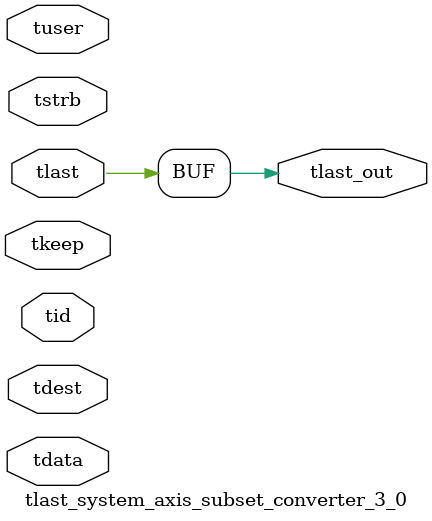
<source format=v>


`timescale 1ps/1ps

module tlast_system_axis_subset_converter_3_0 #
(
parameter C_S_AXIS_TID_WIDTH   = 1,
parameter C_S_AXIS_TUSER_WIDTH = 0,
parameter C_S_AXIS_TDATA_WIDTH = 0,
parameter C_S_AXIS_TDEST_WIDTH = 0
)
(
input  [(C_S_AXIS_TID_WIDTH   == 0 ? 1 : C_S_AXIS_TID_WIDTH)-1:0       ] tid,
input  [(C_S_AXIS_TDATA_WIDTH == 0 ? 1 : C_S_AXIS_TDATA_WIDTH)-1:0     ] tdata,
input  [(C_S_AXIS_TUSER_WIDTH == 0 ? 1 : C_S_AXIS_TUSER_WIDTH)-1:0     ] tuser,
input  [(C_S_AXIS_TDEST_WIDTH == 0 ? 1 : C_S_AXIS_TDEST_WIDTH)-1:0     ] tdest,
input  [(C_S_AXIS_TDATA_WIDTH/8)-1:0 ] tkeep,
input  [(C_S_AXIS_TDATA_WIDTH/8)-1:0 ] tstrb,
input  [0:0]                                                             tlast,
output                                                                   tlast_out
);

assign tlast_out = {tlast};

endmodule


</source>
